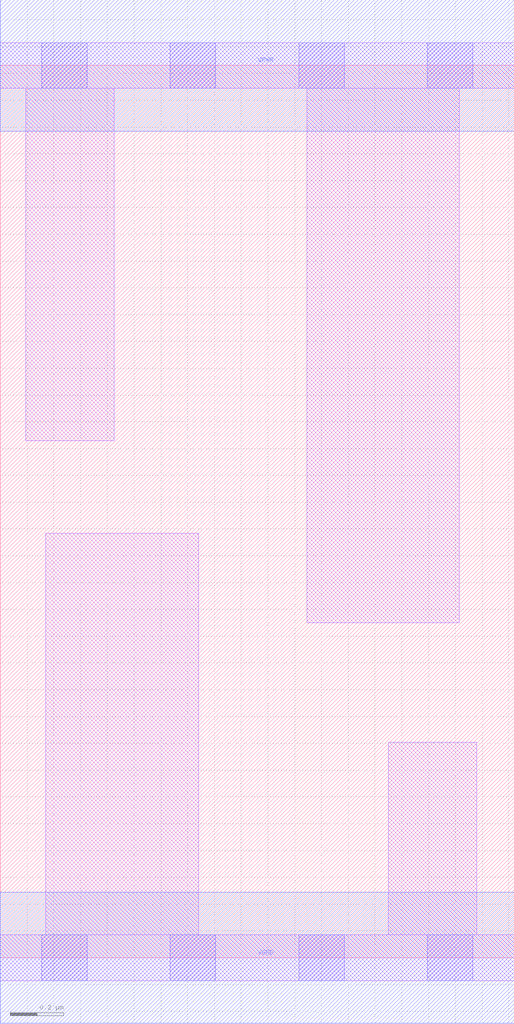
<source format=lef>
# Copyright 2020 The SkyWater PDK Authors
#
# Licensed under the Apache License, Version 2.0 (the "License");
# you may not use this file except in compliance with the License.
# You may obtain a copy of the License at
#
#     https://www.apache.org/licenses/LICENSE-2.0
#
# Unless required by applicable law or agreed to in writing, software
# distributed under the License is distributed on an "AS IS" BASIS,
# WITHOUT WARRANTIES OR CONDITIONS OF ANY KIND, either express or implied.
# See the License for the specific language governing permissions and
# limitations under the License.
#
# SPDX-License-Identifier: Apache-2.0

VERSION 5.7 ;
  NOWIREEXTENSIONATPIN ON ;
  DIVIDERCHAR "/" ;
  BUSBITCHARS "[]" ;
UNITS
  DATABASE MICRONS 200 ;
END UNITS
MACRO sky130_fd_sc_hs__decap_4
  CLASS CORE ;
  FOREIGN sky130_fd_sc_hs__decap_4 ;
  ORIGIN  0.000000  0.000000 ;
  SIZE  1.920000 BY  3.330000 ;
  SYMMETRY X Y ;
  SITE unit ;
  PIN VGND
    DIRECTION INOUT ;
    USE GROUND ;
    PORT
      LAYER met1 ;
        RECT 0.000000 -0.245000 1.920000 0.245000 ;
    END
  END VGND
  PIN VPWR
    DIRECTION INOUT ;
    USE POWER ;
    PORT
      LAYER met1 ;
        RECT 0.000000 3.085000 1.920000 3.575000 ;
    END
  END VPWR
  OBS
    LAYER li1 ;
      RECT 0.000000 -0.085000 1.920000 0.085000 ;
      RECT 0.000000  3.245000 1.920000 3.415000 ;
      RECT 0.095000  1.930000 0.425000 3.245000 ;
      RECT 0.170000  0.085000 0.740000 1.585000 ;
      RECT 1.145000  1.250000 1.715000 3.245000 ;
      RECT 1.450000  0.085000 1.780000 0.805000 ;
    LAYER mcon ;
      RECT 0.155000 -0.085000 0.325000 0.085000 ;
      RECT 0.155000  3.245000 0.325000 3.415000 ;
      RECT 0.635000 -0.085000 0.805000 0.085000 ;
      RECT 0.635000  3.245000 0.805000 3.415000 ;
      RECT 1.115000 -0.085000 1.285000 0.085000 ;
      RECT 1.115000  3.245000 1.285000 3.415000 ;
      RECT 1.595000 -0.085000 1.765000 0.085000 ;
      RECT 1.595000  3.245000 1.765000 3.415000 ;
  END
END sky130_fd_sc_hs__decap_4
END LIBRARY

</source>
